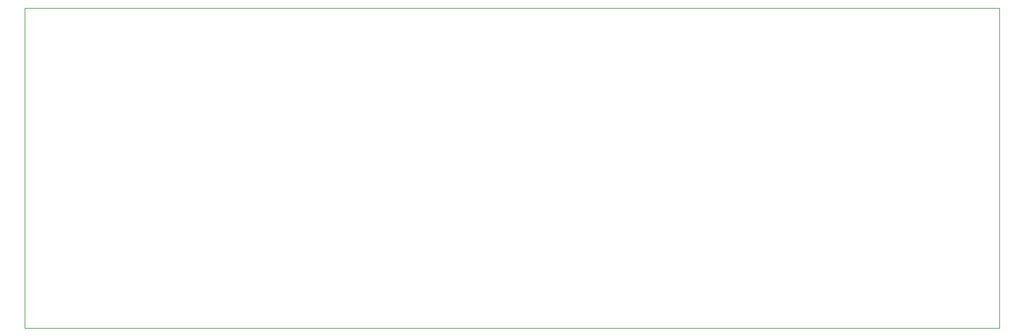
<source format=gbr>
%TF.GenerationSoftware,KiCad,Pcbnew,8.0.7*%
%TF.CreationDate,2025-02-01T19:51:36+00:00*%
%TF.ProjectId,LED-Panel,4c45442d-5061-46e6-956c-2e6b69636164,rev?*%
%TF.SameCoordinates,Original*%
%TF.FileFunction,Profile,NP*%
%FSLAX46Y46*%
G04 Gerber Fmt 4.6, Leading zero omitted, Abs format (unit mm)*
G04 Created by KiCad (PCBNEW 8.0.7) date 2025-02-01 19:51:36*
%MOMM*%
%LPD*%
G01*
G04 APERTURE LIST*
%TA.AperFunction,Profile*%
%ADD10C,0.050000*%
%TD*%
G04 APERTURE END LIST*
D10*
X100000000Y-100010000D02*
X233780000Y-100010000D01*
X233780000Y-144010000D01*
X100000000Y-144010000D01*
X100000000Y-100010000D01*
M02*

</source>
